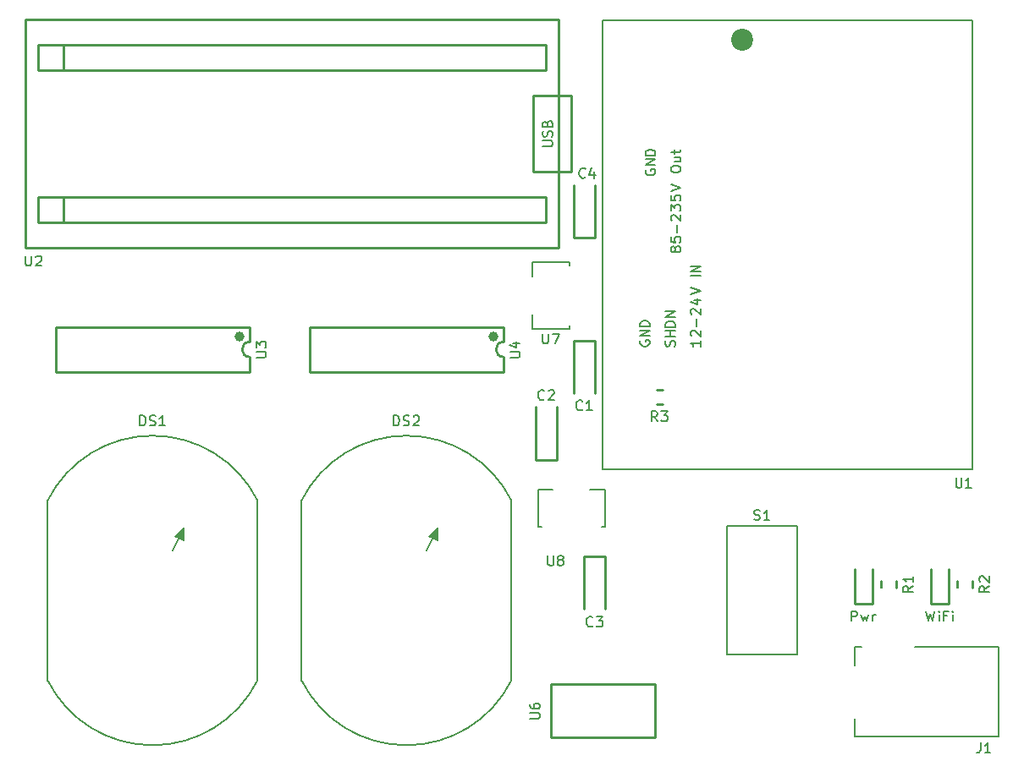
<source format=gbr>
G04 --- HEADER BEGIN --- *
%TF.GenerationSoftware,LibrePCB,LibrePCB,0.1.3*%
%TF.CreationDate,2019-12-12T00:41:35*%
%TF.ProjectId,Nixie Counter - default,cfaec193-39cb-4766-881d-db9368be8cff,v1*%
%TF.Part,Single*%
%FSLAX66Y66*%
%MOMM*%
G01*
G74*
G04 --- HEADER END --- *
G04 --- APERTURE LIST BEGIN --- *
%ADD10C,0.2*%
%ADD11C,0.0*%
%ADD12C,0.25*%
%ADD13C,1.0X1.0*%
%ADD14C,1.0*%
%ADD15C,2.2X2.2*%
%ADD16C,2.2*%
%ADD17C,3.2*%
%ADD18R,1.5X1.15*%
%ADD19R,1.55X2.4*%
%ADD20R,1.15X1.5*%
%ADD21R,3.45X2.35*%
%ADD22R,1.15X2.35*%
%ADD23O,1.47X2.74*%
%ADD24R,1.47X2.74*%
%ADD25R,1.4X1.4*%
%ADD26O,1.787X2.39*%
%ADD27R,1.787X2.39*%
%ADD28C,2.1*%
%ADD29R,2.35X3.45*%
%ADD30R,2.35X1.15*%
%ADD31O,4.2X3.2*%
%ADD32O,1.7X2.74*%
%ADD33C,5.0*%
%ADD34C,0.3*%
G04 --- APERTURE LIST END --- *
G04 --- BOARD BEGIN --- *
D10*
X17240000Y24320000D02*
X18240000Y26320000D01*
X4740000Y29320000D02*
X4740000Y11320000D01*
G75*
G03*
X25740000Y11320000I10500000J5235107D01*
G01*
X25740000Y29320000D01*
G03*
X4740000Y29320000I-10500000J-5235107D01*
G01*
D11*
X17383000Y25781000D02*
X18367000Y26631000D01*
X18368000Y25334000D01*
X17383000Y25781000D01*
G36*
X17383000Y25781000D02*
X18367000Y26631000D01*
X18368000Y25334000D01*
X17383000Y25781000D01*
G37*
D12*
X95770000Y21280000D02*
X95770000Y20630000D01*
X97270000Y21280000D02*
X97270000Y20630000D01*
X60525000Y18445264D02*
X60525000Y23740264D01*
X58375000Y23740264D01*
X58375000Y18445264D01*
X66286456Y40438000D02*
X65636456Y40438000D01*
X66286456Y38938000D02*
X65636456Y38938000D01*
D10*
X60175720Y26725360D02*
X60500720Y26725360D01*
X60500720Y30425360D01*
X59025720Y30425360D01*
X54125720Y26725360D02*
X53800720Y26725360D01*
X53800720Y30425360D01*
X55275720Y30425360D01*
D12*
X50356000Y46714984D02*
X50356000Y45204984D01*
G03*
X50356000Y43694984I0J-755000D01*
G01*
X50356000Y42184984D01*
X30924000Y42184984D01*
X30924000Y46714984D01*
X50356000Y46714984D01*
D13*
X49356000Y45714984D03*
D14*
X49356000Y45714984D03*
D12*
X93105000Y22480000D02*
X93105000Y19030000D01*
X94855000Y19030000D01*
X94855000Y22480000D01*
D10*
X92617777Y18260000D02*
X92855555Y17260000D01*
X93046666Y17974444D01*
X93236666Y17260000D01*
X93474444Y18260000D01*
X93922222Y17260000D02*
X93922222Y17926667D01*
X93922222Y18260000D02*
X93874444Y18212222D01*
X93922222Y18164444D01*
X93970000Y18212222D01*
X93922222Y18260000D01*
X93922222Y18164444D01*
X94703333Y17783333D02*
X94370000Y17783333D01*
X94370000Y17260000D02*
X94370000Y18260000D01*
X94846667Y18260000D01*
X95294445Y17260000D02*
X95294445Y17926667D01*
X95294445Y18260000D02*
X95246667Y18212222D01*
X95294445Y18164444D01*
X95342223Y18212222D01*
X95294445Y18260000D01*
X95294445Y18164444D01*
D12*
X55120760Y5590104D02*
X55120760Y10920104D01*
X65530760Y10920104D01*
X65530760Y5590104D01*
X55120760Y5590104D01*
X88150000Y21280000D02*
X88150000Y20630000D01*
X89650000Y21280000D02*
X89650000Y20630000D01*
X6350000Y74930000D02*
X6350000Y72390000D01*
X54610000Y74930000D02*
X54610000Y72390000D01*
X3810000Y72390000D01*
X3810000Y74930000D01*
X54610000Y74930000D01*
X55880000Y77470000D02*
X55880000Y54610000D01*
X2540000Y54610000D01*
X2540000Y77470000D01*
X55880000Y77470000D01*
X3810000Y59690000D02*
X3810000Y57150000D01*
X54610000Y57150000D01*
X54610000Y59690000D01*
X3810000Y59690000D01*
X6350000Y59690000D02*
X6350000Y57150000D01*
X57150000Y69850000D02*
X57150000Y62230000D01*
X53340000Y62230000D01*
X53340000Y69850000D01*
X57150000Y69850000D01*
D10*
X54245040Y64783334D02*
X55055040Y64783334D01*
X55149484Y64831112D01*
X55197262Y64878890D01*
X55245040Y64973334D01*
X55245040Y65164445D01*
X55197262Y65260001D01*
X55149484Y65306667D01*
X55055040Y65354445D01*
X54245040Y65354445D01*
X55197262Y65754445D02*
X55245040Y65897778D01*
X55245040Y66135556D01*
X55197262Y66231112D01*
X55149484Y66277778D01*
X55055040Y66325556D01*
X54959484Y66325556D01*
X54863929Y66277778D01*
X54816151Y66231112D01*
X54768373Y66135556D01*
X54721707Y65944445D01*
X54673929Y65850001D01*
X54626151Y65802223D01*
X54530596Y65754445D01*
X54435040Y65754445D01*
X54340596Y65802223D01*
X54292818Y65850001D01*
X54245040Y65944445D01*
X54245040Y66183334D01*
X54292818Y66325556D01*
X54721707Y67058889D02*
X54768373Y67202223D01*
X54816151Y67248889D01*
X54911707Y67296667D01*
X55055040Y67296667D01*
X55149484Y67248889D01*
X55197262Y67202223D01*
X55245040Y67106667D01*
X55245040Y66725556D01*
X54245040Y66725556D01*
X54245040Y67058889D01*
X54292818Y67154445D01*
X54340596Y67202223D01*
X54435040Y67248889D01*
X54530596Y67248889D01*
X54626151Y67202223D01*
X54673929Y67154445D01*
X54721707Y67058889D01*
X54721707Y66725556D01*
X42640000Y24320000D02*
X43640000Y26320000D01*
X30140000Y29320000D02*
X30140000Y11320000D01*
G03*
X51140000Y11320000I10500000J5235107D01*
G01*
X51140000Y29320000D01*
G03*
X30140000Y29320000I-10500000J-5235107D01*
G01*
D11*
X42783000Y25781000D02*
X43767000Y26631000D01*
X43768000Y25334000D01*
X42783000Y25781000D01*
G36*
X42783000Y25781000D02*
X43767000Y26631000D01*
X43768000Y25334000D01*
X42783000Y25781000D01*
G37*
D12*
X24956000Y46714984D02*
X24956000Y45204984D01*
G03*
X24956000Y43694984I0J-755000D01*
G01*
X24956000Y42184984D01*
X5524000Y42184984D01*
X5524000Y46714984D01*
X24956000Y46714984D01*
D13*
X23956000Y45714984D03*
D14*
X23956000Y45714984D03*
D10*
X56936250Y52872500D02*
X56936250Y53197500D01*
X53236250Y53197500D01*
X53236250Y51722500D01*
X56936250Y46822500D02*
X56936250Y46497500D01*
X53236250Y46497500D01*
X53236250Y47972500D01*
D12*
X59495736Y40035544D02*
X59495736Y45330544D01*
X57345736Y45330544D01*
X57345736Y40035544D01*
D10*
X72669936Y26770000D02*
X79729936Y26770000D01*
X79729936Y13870000D01*
X72669936Y13870000D01*
X72669936Y26770000D01*
X60240992Y32428192D02*
X60240992Y77428192D01*
X97240992Y77428192D01*
X97240992Y32428192D01*
X60240992Y32428192D01*
D15*
X74240992Y75428192D03*
D16*
X74240992Y75428192D03*
D10*
X64588770Y62463192D02*
X64540992Y62368748D01*
X64540992Y62225414D01*
X64588770Y62082081D01*
X64684325Y61987637D01*
X64778770Y61939859D01*
X64969881Y61892081D01*
X65112103Y61892081D01*
X65303214Y61939859D01*
X65397659Y61987637D01*
X65493214Y62082081D01*
X65540992Y62225414D01*
X65540992Y62320970D01*
X65493214Y62463192D01*
X65445436Y62510970D01*
X65112103Y62510970D01*
X65112103Y62320970D01*
X65540992Y62910970D02*
X64540992Y62910970D01*
X65540992Y63482081D01*
X64540992Y63482081D01*
X65540992Y63882081D02*
X64540992Y63882081D01*
X64540992Y64119859D01*
X64588770Y64263192D01*
X64684325Y64358748D01*
X64778770Y64405414D01*
X64969881Y64453192D01*
X65112103Y64453192D01*
X65303214Y64405414D01*
X65397659Y64358748D01*
X65493214Y64263192D01*
X65540992Y64119859D01*
X65540992Y63882081D01*
X67509881Y54386526D02*
X67462103Y54292082D01*
X67414325Y54244304D01*
X67318770Y54196526D01*
X67270992Y54196526D01*
X67176548Y54244304D01*
X67128770Y54292082D01*
X67080992Y54386526D01*
X67080992Y54577637D01*
X67128770Y54673193D01*
X67176548Y54719859D01*
X67270992Y54767637D01*
X67318770Y54767637D01*
X67414325Y54719859D01*
X67462103Y54673193D01*
X67509881Y54577637D01*
X67509881Y54386526D01*
X67557659Y54292082D01*
X67604325Y54244304D01*
X67699881Y54196526D01*
X67890992Y54196526D01*
X67985436Y54244304D01*
X68033214Y54292082D01*
X68080992Y54386526D01*
X68080992Y54577637D01*
X68033214Y54673193D01*
X67985436Y54719859D01*
X67890992Y54767637D01*
X67699881Y54767637D01*
X67604325Y54719859D01*
X67557659Y54673193D01*
X67509881Y54577637D01*
X67080992Y55690970D02*
X67080992Y55215415D01*
X67557659Y55167637D01*
X67509881Y55215415D01*
X67462103Y55310970D01*
X67462103Y55548748D01*
X67509881Y55644304D01*
X67557659Y55690970D01*
X67652103Y55738748D01*
X67890992Y55738748D01*
X67985436Y55690970D01*
X68033214Y55644304D01*
X68080992Y55548748D01*
X68080992Y55310970D01*
X68033214Y55215415D01*
X67985436Y55167637D01*
X67699881Y56138748D02*
X67699881Y56900970D01*
X67176548Y57348748D02*
X67128770Y57396526D01*
X67080992Y57490970D01*
X67080992Y57729859D01*
X67128770Y57824303D01*
X67176548Y57872081D01*
X67270992Y57919859D01*
X67366548Y57919859D01*
X67509881Y57872081D01*
X68080992Y57300970D01*
X68080992Y57919859D01*
X67080992Y58319859D02*
X67080992Y58938748D01*
X67462103Y58605415D01*
X67462103Y58748748D01*
X67509881Y58843192D01*
X67557659Y58890970D01*
X67652103Y58938748D01*
X67890992Y58938748D01*
X67985436Y58890970D01*
X68033214Y58843192D01*
X68080992Y58748748D01*
X68080992Y58463192D01*
X68033214Y58367637D01*
X67985436Y58319859D01*
X67080992Y59862081D02*
X67080992Y59386526D01*
X67557659Y59338748D01*
X67509881Y59386526D01*
X67462103Y59482081D01*
X67462103Y59719859D01*
X67509881Y59815415D01*
X67557659Y59862081D01*
X67652103Y59909859D01*
X67890992Y59909859D01*
X67985436Y59862081D01*
X68033214Y59815415D01*
X68080992Y59719859D01*
X68080992Y59482081D01*
X68033214Y59386526D01*
X67985436Y59338748D01*
X67080992Y60309859D02*
X68080992Y60643192D01*
X67080992Y60976526D01*
X67080992Y62414303D02*
X67080992Y62605414D01*
X67128770Y62699858D01*
X67224325Y62795414D01*
X67414325Y62843192D01*
X67747659Y62843192D01*
X67937659Y62795414D01*
X68033214Y62699858D01*
X68080992Y62605414D01*
X68080992Y62414303D01*
X68033214Y62319858D01*
X67937659Y62224303D01*
X67747659Y62176525D01*
X67414325Y62176525D01*
X67224325Y62224303D01*
X67128770Y62319858D01*
X67080992Y62414303D01*
X67414325Y63672081D02*
X68080992Y63672081D01*
X67414325Y63243192D02*
X67937659Y63243192D01*
X68033214Y63290970D01*
X68080992Y63386525D01*
X68080992Y63528748D01*
X68033214Y63624303D01*
X67985436Y63672081D01*
X67414325Y64072081D02*
X67414325Y64453192D01*
X67080992Y64215414D02*
X67937659Y64215414D01*
X68033214Y64262081D01*
X68080992Y64357637D01*
X68080992Y64453192D01*
X70070992Y45339303D02*
X70070992Y44768192D01*
X70070992Y45053748D02*
X69070992Y45053748D01*
X69214325Y44958192D01*
X69308770Y44863748D01*
X69356548Y44768192D01*
X69166548Y45787081D02*
X69118770Y45834859D01*
X69070992Y45929303D01*
X69070992Y46168192D01*
X69118770Y46262636D01*
X69166548Y46310414D01*
X69260992Y46358192D01*
X69356548Y46358192D01*
X69499881Y46310414D01*
X70070992Y45739303D01*
X70070992Y46358192D01*
X69689881Y46758192D02*
X69689881Y47520414D01*
X69166548Y47968192D02*
X69118770Y48015970D01*
X69070992Y48110414D01*
X69070992Y48349303D01*
X69118770Y48443747D01*
X69166548Y48491525D01*
X69260992Y48539303D01*
X69356548Y48539303D01*
X69499881Y48491525D01*
X70070992Y47920414D01*
X70070992Y48539303D01*
X69404325Y49415970D02*
X70070992Y49415970D01*
X69023214Y49177081D02*
X69737659Y48939303D01*
X69737659Y49558192D01*
X69070992Y49958192D02*
X70070992Y50291525D01*
X69070992Y50624859D01*
X70070992Y51824858D02*
X69070992Y51824858D01*
X70070992Y52224858D02*
X69070992Y52224858D01*
X70070992Y52795969D01*
X69070992Y52795969D01*
X67483214Y44768192D02*
X67530992Y44911525D01*
X67530992Y45149303D01*
X67483214Y45244859D01*
X67435436Y45291525D01*
X67340992Y45339303D01*
X67245436Y45339303D01*
X67149881Y45291525D01*
X67102103Y45244859D01*
X67054325Y45149303D01*
X67007659Y44958192D01*
X66959881Y44863748D01*
X66912103Y44815970D01*
X66816548Y44768192D01*
X66720992Y44768192D01*
X66626548Y44815970D01*
X66578770Y44863748D01*
X66530992Y44958192D01*
X66530992Y45197081D01*
X66578770Y45339303D01*
X67530992Y45739303D02*
X66530992Y45739303D01*
X67007659Y45739303D02*
X67007659Y46310414D01*
X67530992Y46310414D02*
X66530992Y46310414D01*
X67530992Y46710414D02*
X66530992Y46710414D01*
X66530992Y46948192D01*
X66578770Y47091525D01*
X66674325Y47187081D01*
X66768770Y47233747D01*
X66959881Y47281525D01*
X67102103Y47281525D01*
X67293214Y47233747D01*
X67387659Y47187081D01*
X67483214Y47091525D01*
X67530992Y46948192D01*
X67530992Y46710414D01*
X67530992Y47681525D02*
X66530992Y47681525D01*
X67530992Y48252636D01*
X66530992Y48252636D01*
X64038770Y45339303D02*
X63990992Y45244859D01*
X63990992Y45101525D01*
X64038770Y44958192D01*
X64134325Y44863748D01*
X64228770Y44815970D01*
X64419881Y44768192D01*
X64562103Y44768192D01*
X64753214Y44815970D01*
X64847659Y44863748D01*
X64943214Y44958192D01*
X64990992Y45101525D01*
X64990992Y45197081D01*
X64943214Y45339303D01*
X64895436Y45387081D01*
X64562103Y45387081D01*
X64562103Y45197081D01*
X64990992Y45787081D02*
X63990992Y45787081D01*
X64990992Y46358192D01*
X63990992Y46358192D01*
X64990992Y46758192D02*
X63990992Y46758192D01*
X63990992Y46995970D01*
X64038770Y47139303D01*
X64134325Y47234859D01*
X64228770Y47281525D01*
X64419881Y47329303D01*
X64562103Y47329303D01*
X64753214Y47281525D01*
X64847659Y47234859D01*
X64943214Y47139303D01*
X64990992Y46995970D01*
X64990992Y46758192D01*
D12*
X85485000Y22480000D02*
X85485000Y19030000D01*
X87235000Y19030000D01*
X87235000Y22480000D01*
D10*
X85150556Y17260000D02*
X85150556Y18260000D01*
X85531667Y18260000D01*
X85627223Y18212222D01*
X85673889Y18164444D01*
X85721667Y18070000D01*
X85721667Y17926667D01*
X85673889Y17831111D01*
X85627223Y17783333D01*
X85531667Y17736667D01*
X85150556Y17736667D01*
X86121667Y17926667D02*
X86311667Y17260000D01*
X86502778Y17736667D01*
X86692778Y17260000D01*
X86883889Y17926667D01*
X87283889Y17260000D02*
X87283889Y17926667D01*
X87283889Y17736667D02*
X87331667Y17831111D01*
X87379445Y17878889D01*
X87473889Y17926667D01*
X87569445Y17926667D01*
D12*
X57345736Y60930736D02*
X57345736Y55635736D01*
X59495736Y55635736D01*
X59495736Y60930736D01*
X53535688Y38705448D02*
X53535688Y33410448D01*
X55685688Y33410448D01*
X55685688Y38705448D01*
D10*
X85511168Y7510064D02*
X85511168Y5660064D01*
X99911168Y5660064D01*
X99911168Y14660064D01*
X91461168Y14660064D01*
X86161168Y14660064D02*
X85511168Y14660064D01*
X85511168Y12810064D01*
X13983334Y36830000D02*
X13983334Y37830000D01*
X14221112Y37830000D01*
X14364445Y37782222D01*
X14460001Y37686667D01*
X14506667Y37592222D01*
X14554445Y37401111D01*
X14554445Y37258889D01*
X14506667Y37067778D01*
X14460001Y36973333D01*
X14364445Y36877778D01*
X14221112Y36830000D01*
X13983334Y36830000D01*
X14954445Y36877778D02*
X15097778Y36830000D01*
X15335556Y36830000D01*
X15431112Y36877778D01*
X15477778Y36925556D01*
X15525556Y37020000D01*
X15525556Y37115556D01*
X15477778Y37211111D01*
X15431112Y37258889D01*
X15335556Y37306667D01*
X15144445Y37353333D01*
X15050001Y37401111D01*
X15002223Y37448889D01*
X14954445Y37544444D01*
X14954445Y37640000D01*
X15002223Y37734444D01*
X15050001Y37782222D01*
X15144445Y37830000D01*
X15383334Y37830000D01*
X15525556Y37782222D01*
X16496667Y36830000D02*
X15925556Y36830000D01*
X16211112Y36830000D02*
X16211112Y37830000D01*
X16115556Y37686667D01*
X16021112Y37592222D01*
X15925556Y37544444D01*
X98945000Y20731111D02*
X98468333Y20397778D01*
X98945000Y20160000D02*
X97945000Y20160000D01*
X97945000Y20541111D01*
X97992778Y20636667D01*
X98040556Y20683333D01*
X98135000Y20731111D01*
X98278333Y20731111D01*
X98373889Y20683333D01*
X98421667Y20636667D01*
X98468333Y20541111D01*
X98468333Y20160000D01*
X98040556Y21178889D02*
X97992778Y21226667D01*
X97945000Y21321111D01*
X97945000Y21560000D01*
X97992778Y21654444D01*
X98040556Y21702222D01*
X98135000Y21750000D01*
X98230556Y21750000D01*
X98373889Y21702222D01*
X98945000Y21131111D01*
X98945000Y21750000D01*
X59250000Y16786548D02*
X59202222Y16738770D01*
X59060000Y16690992D01*
X58964444Y16690992D01*
X58821111Y16738770D01*
X58726667Y16834325D01*
X58678889Y16928770D01*
X58631111Y17119881D01*
X58631111Y17262103D01*
X58678889Y17453214D01*
X58726667Y17547659D01*
X58821111Y17643214D01*
X58964444Y17690992D01*
X59060000Y17690992D01*
X59202222Y17643214D01*
X59250000Y17595436D01*
X59650000Y17690992D02*
X60268889Y17690992D01*
X59935556Y17309881D01*
X60078889Y17309881D01*
X60173333Y17262103D01*
X60221111Y17214325D01*
X60268889Y17119881D01*
X60268889Y16880992D01*
X60221111Y16786548D01*
X60173333Y16738770D01*
X60078889Y16690992D01*
X59793333Y16690992D01*
X59697778Y16738770D01*
X59650000Y16786548D01*
X65737567Y37263000D02*
X65404234Y37739667D01*
X65166456Y37263000D02*
X65166456Y38263000D01*
X65547567Y38263000D01*
X65643123Y38215222D01*
X65689789Y38167444D01*
X65737567Y38073000D01*
X65737567Y37929667D01*
X65689789Y37834111D01*
X65643123Y37786333D01*
X65547567Y37739667D01*
X65166456Y37739667D01*
X66137567Y38263000D02*
X66756456Y38263000D01*
X66423123Y37881889D01*
X66566456Y37881889D01*
X66660900Y37834111D01*
X66708678Y37786333D01*
X66756456Y37691889D01*
X66756456Y37453000D01*
X66708678Y37358556D01*
X66660900Y37310778D01*
X66566456Y37263000D01*
X66280900Y37263000D01*
X66185345Y37310778D01*
X66137567Y37358556D01*
X54792089Y23812856D02*
X54792089Y23002856D01*
X54839867Y22908412D01*
X54887645Y22860634D01*
X54982089Y22812856D01*
X55173200Y22812856D01*
X55268756Y22860634D01*
X55315422Y22908412D01*
X55363200Y23002856D01*
X55363200Y23812856D01*
X55953200Y23383967D02*
X55858756Y23431745D01*
X55810978Y23479523D01*
X55763200Y23575078D01*
X55763200Y23622856D01*
X55810978Y23717300D01*
X55858756Y23765078D01*
X55953200Y23812856D01*
X56144311Y23812856D01*
X56239867Y23765078D01*
X56286533Y23717300D01*
X56334311Y23622856D01*
X56334311Y23575078D01*
X56286533Y23479523D01*
X56239867Y23431745D01*
X56144311Y23383967D01*
X55953200Y23383967D01*
X55858756Y23336189D01*
X55810978Y23289523D01*
X55763200Y23193967D01*
X55763200Y23002856D01*
X55810978Y22908412D01*
X55858756Y22860634D01*
X55953200Y22812856D01*
X56144311Y22812856D01*
X56239867Y22860634D01*
X56286533Y22908412D01*
X56334311Y23002856D01*
X56334311Y23193967D01*
X56286533Y23289523D01*
X56239867Y23336189D01*
X56144311Y23383967D01*
X50990992Y43654984D02*
X51800992Y43654984D01*
X51895436Y43702762D01*
X51943214Y43750540D01*
X51990992Y43844984D01*
X51990992Y44036095D01*
X51943214Y44131651D01*
X51895436Y44178317D01*
X51800992Y44226095D01*
X50990992Y44226095D01*
X51324325Y45102762D02*
X51990992Y45102762D01*
X50943214Y44863873D02*
X51657659Y44626095D01*
X51657659Y45244984D01*
X52975760Y7483993D02*
X53785760Y7483993D01*
X53880204Y7531771D01*
X53927982Y7579549D01*
X53975760Y7673993D01*
X53975760Y7865104D01*
X53927982Y7960660D01*
X53880204Y8007326D01*
X53785760Y8055104D01*
X52975760Y8055104D01*
X52975760Y8931771D02*
X52975760Y8740660D01*
X53023538Y8645104D01*
X53071316Y8598437D01*
X53213538Y8502882D01*
X53404649Y8455104D01*
X53785760Y8455104D01*
X53880204Y8502882D01*
X53927982Y8550660D01*
X53975760Y8645104D01*
X53975760Y8836215D01*
X53927982Y8931771D01*
X53880204Y8978437D01*
X53785760Y9026215D01*
X53546871Y9026215D01*
X53452427Y8978437D01*
X53404649Y8931771D01*
X53356871Y8836215D01*
X53356871Y8645104D01*
X53404649Y8550660D01*
X53452427Y8502882D01*
X53546871Y8455104D01*
X91325000Y20755000D02*
X90848333Y20421667D01*
X91325000Y20183889D02*
X90325000Y20183889D01*
X90325000Y20565000D01*
X90372778Y20660556D01*
X90420556Y20707222D01*
X90515000Y20755000D01*
X90658333Y20755000D01*
X90753889Y20707222D01*
X90801667Y20660556D01*
X90848333Y20565000D01*
X90848333Y20183889D01*
X91325000Y21726111D02*
X91325000Y21155000D01*
X91325000Y21440556D02*
X90325000Y21440556D01*
X90468333Y21345000D01*
X90562778Y21250556D01*
X90610556Y21155000D01*
X2540864Y53816912D02*
X2540864Y53006912D01*
X2588642Y52912468D01*
X2636420Y52864690D01*
X2730864Y52816912D01*
X2921975Y52816912D01*
X3017531Y52864690D01*
X3064197Y52912468D01*
X3111975Y53006912D01*
X3111975Y53816912D01*
X3559753Y53721356D02*
X3607531Y53769134D01*
X3701975Y53816912D01*
X3940864Y53816912D01*
X4035308Y53769134D01*
X4083086Y53721356D01*
X4130864Y53626912D01*
X4130864Y53531356D01*
X4083086Y53388023D01*
X3511975Y52816912D01*
X4130864Y52816912D01*
X39359445Y36830000D02*
X39359445Y37830000D01*
X39597223Y37830000D01*
X39740556Y37782222D01*
X39836112Y37686667D01*
X39882778Y37592222D01*
X39930556Y37401111D01*
X39930556Y37258889D01*
X39882778Y37067778D01*
X39836112Y36973333D01*
X39740556Y36877778D01*
X39597223Y36830000D01*
X39359445Y36830000D01*
X40330556Y36877778D02*
X40473889Y36830000D01*
X40711667Y36830000D01*
X40807223Y36877778D01*
X40853889Y36925556D01*
X40901667Y37020000D01*
X40901667Y37115556D01*
X40853889Y37211111D01*
X40807223Y37258889D01*
X40711667Y37306667D01*
X40520556Y37353333D01*
X40426112Y37401111D01*
X40378334Y37448889D01*
X40330556Y37544444D01*
X40330556Y37640000D01*
X40378334Y37734444D01*
X40426112Y37782222D01*
X40520556Y37830000D01*
X40759445Y37830000D01*
X40901667Y37782222D01*
X41349445Y37734444D02*
X41397223Y37782222D01*
X41491667Y37830000D01*
X41730556Y37830000D01*
X41825000Y37782222D01*
X41872778Y37734444D01*
X41920556Y37640000D01*
X41920556Y37544444D01*
X41872778Y37401111D01*
X41301667Y36830000D01*
X41920556Y36830000D01*
X25590992Y43654984D02*
X26400992Y43654984D01*
X26495436Y43702762D01*
X26543214Y43750540D01*
X26590992Y43844984D01*
X26590992Y44036095D01*
X26543214Y44131651D01*
X26495436Y44178317D01*
X26400992Y44226095D01*
X25590992Y44226095D01*
X25590992Y44626095D02*
X25590992Y45244984D01*
X25972103Y44911651D01*
X25972103Y45054984D01*
X26019881Y45149428D01*
X26067659Y45197206D01*
X26162103Y45244984D01*
X26400992Y45244984D01*
X26495436Y45197206D01*
X26543214Y45149428D01*
X26590992Y45054984D01*
X26590992Y44769428D01*
X26543214Y44673873D01*
X26495436Y44626095D01*
X54267361Y46037500D02*
X54267361Y45227500D01*
X54315139Y45133056D01*
X54362917Y45085278D01*
X54457361Y45037500D01*
X54648472Y45037500D01*
X54744028Y45085278D01*
X54790694Y45133056D01*
X54838472Y45227500D01*
X54838472Y46037500D01*
X55238472Y46037500D02*
X55905139Y46037500D01*
X55476250Y45037500D01*
X58244625Y38453580D02*
X58196847Y38405802D01*
X58054625Y38358024D01*
X57959069Y38358024D01*
X57815736Y38405802D01*
X57721292Y38501357D01*
X57673514Y38595802D01*
X57625736Y38786913D01*
X57625736Y38929135D01*
X57673514Y39120246D01*
X57721292Y39214691D01*
X57815736Y39310246D01*
X57959069Y39358024D01*
X58054625Y39358024D01*
X58196847Y39310246D01*
X58244625Y39262468D01*
X59215736Y38358024D02*
X58644625Y38358024D01*
X58930181Y38358024D02*
X58930181Y39358024D01*
X58834625Y39214691D01*
X58740181Y39120246D01*
X58644625Y39072468D01*
X75428825Y27417778D02*
X75572158Y27370000D01*
X75809936Y27370000D01*
X75905492Y27417778D01*
X75952158Y27465556D01*
X75999936Y27560000D01*
X75999936Y27655556D01*
X75952158Y27751111D01*
X75905492Y27798889D01*
X75809936Y27846667D01*
X75618825Y27893333D01*
X75524381Y27941111D01*
X75476603Y27988889D01*
X75428825Y28084444D01*
X75428825Y28180000D01*
X75476603Y28274444D01*
X75524381Y28322222D01*
X75618825Y28370000D01*
X75857714Y28370000D01*
X75999936Y28322222D01*
X76971047Y27370000D02*
X76399936Y27370000D01*
X76685492Y27370000D02*
X76685492Y28370000D01*
X76589936Y28226667D01*
X76495492Y28132222D01*
X76399936Y28084444D01*
X95614002Y31618144D02*
X95614002Y30808144D01*
X95661780Y30713700D01*
X95709558Y30665922D01*
X95804002Y30618144D01*
X95995113Y30618144D01*
X96090669Y30665922D01*
X96137335Y30713700D01*
X96185113Y30808144D01*
X96185113Y31618144D01*
X97156224Y30618144D02*
X96585113Y30618144D01*
X96870669Y30618144D02*
X96870669Y31618144D01*
X96775113Y31474811D01*
X96680669Y31380366D01*
X96585113Y31332588D01*
X58538240Y61703812D02*
X58490462Y61656034D01*
X58348240Y61608256D01*
X58252684Y61608256D01*
X58109351Y61656034D01*
X58014907Y61751589D01*
X57967129Y61846034D01*
X57919351Y62037145D01*
X57919351Y62179367D01*
X57967129Y62370478D01*
X58014907Y62464923D01*
X58109351Y62560478D01*
X58252684Y62608256D01*
X58348240Y62608256D01*
X58490462Y62560478D01*
X58538240Y62512700D01*
X59414907Y62274923D02*
X59414907Y61608256D01*
X59176018Y62656034D02*
X58938240Y61941589D01*
X59557129Y61941589D01*
X54410688Y39478524D02*
X54362910Y39430746D01*
X54220688Y39382968D01*
X54125132Y39382968D01*
X53981799Y39430746D01*
X53887355Y39526301D01*
X53839577Y39620746D01*
X53791799Y39811857D01*
X53791799Y39954079D01*
X53839577Y40145190D01*
X53887355Y40239635D01*
X53981799Y40335190D01*
X54125132Y40382968D01*
X54220688Y40382968D01*
X54362910Y40335190D01*
X54410688Y40287412D01*
X54858466Y40287412D02*
X54906244Y40335190D01*
X55000688Y40382968D01*
X55239577Y40382968D01*
X55334021Y40335190D01*
X55381799Y40287412D01*
X55429577Y40192968D01*
X55429577Y40097412D01*
X55381799Y39954079D01*
X54810688Y39382968D01*
X55429577Y39382968D01*
X98087545Y5080064D02*
X98087545Y4365620D01*
X98039767Y4223397D01*
X97944212Y4127842D01*
X97801990Y4080064D01*
X97706434Y4080064D01*
X99058656Y4080064D02*
X98487545Y4080064D01*
X98773101Y4080064D02*
X98773101Y5080064D01*
X98677545Y4936731D01*
X98583101Y4842286D01*
X98487545Y4794508D01*
%LPC*%
D17*
X19240000Y12320000D03*
X20990000Y20320000D03*
X19240000Y28320000D03*
X15240000Y11320000D03*
X20990000Y15820000D03*
X11240000Y12320000D03*
X9490000Y24820000D03*
X9490000Y20320000D03*
X11240000Y28320000D03*
X9490000Y15820000D03*
X15240000Y29320000D03*
X20990000Y24820000D03*
D18*
X96520000Y19880000D03*
X96520000Y22030000D03*
D19*
X59450000Y22365264D03*
X59450000Y19545264D03*
D20*
X64886456Y39688000D03*
X67036456Y39688000D03*
D21*
X57150720Y31475360D03*
D22*
X54850720Y25675360D03*
X57150720Y25675360D03*
X59450720Y25675360D03*
D23*
X36830000Y48259984D03*
X49530000Y40639984D03*
X34290000Y40639984D03*
D24*
X49530000Y48259984D03*
D23*
X34290000Y48259984D03*
X44450000Y48259984D03*
X46990000Y48259984D03*
X44450000Y40639984D03*
X31750000Y48259984D03*
X41910000Y40639984D03*
X46990000Y40639984D03*
X39370000Y48259984D03*
X39370000Y40639984D03*
X41910000Y48259984D03*
X36830000Y40639984D03*
X31750000Y40639984D03*
D11*
X71637500Y7760000D02*
X71627500Y7740000D01*
X71667500Y7640000D01*
X71747500Y7500000D01*
X71857500Y7350000D01*
X71977500Y7230000D01*
X72047500Y7150000D01*
X72047500Y7130000D01*
X72027500Y7130000D01*
X71997500Y7120000D01*
X71997500Y7100000D01*
X72097500Y7040000D01*
X72197500Y7000000D01*
X72237500Y7000000D01*
X72227500Y7040000D01*
X72167500Y7130000D01*
X72107500Y7200000D01*
X72067500Y7220000D01*
X72007500Y7250000D01*
X71917500Y7350000D01*
X71737500Y7610000D01*
X71637500Y7760000D01*
X71637500Y7760000D01*
G36*
X71637500Y7760000D02*
X71627500Y7740000D01*
X71667500Y7640000D01*
X71747500Y7500000D01*
X71857500Y7350000D01*
X71977500Y7230000D01*
X72047500Y7150000D01*
X72047500Y7130000D01*
X72027500Y7130000D01*
X71997500Y7120000D01*
X71997500Y7100000D01*
X72097500Y7040000D01*
X72197500Y7000000D01*
X72237500Y7000000D01*
X72227500Y7040000D01*
X72167500Y7130000D01*
X72107500Y7200000D01*
X72067500Y7220000D01*
X72007500Y7250000D01*
X71917500Y7350000D01*
X71737500Y7610000D01*
X71637500Y7760000D01*
X71637500Y7760000D01*
G37*
X72507500Y6650000D02*
X72397500Y6600000D01*
X72257500Y6580000D01*
X72047500Y6600000D01*
X71917500Y6650000D01*
X71857500Y6680000D01*
X71767500Y6740000D01*
X71687500Y6780000D01*
X71677500Y6800000D01*
X71657500Y6810000D01*
X71587500Y6860000D01*
X71547500Y6930000D01*
X71537500Y6930000D01*
X71477500Y6970000D01*
X71457500Y6990000D01*
X71467500Y6990000D01*
X71467500Y7010000D01*
X71407500Y7080000D01*
X71317500Y7180000D01*
X71307500Y7200000D01*
X71337500Y7190000D01*
X71337500Y7200000D01*
X71297500Y7240000D01*
X71237500Y7340000D01*
X71207500Y7390000D01*
X71187500Y7430000D01*
X71167500Y7480000D01*
X71147500Y7520000D01*
X71147500Y7560000D01*
X71117500Y7610000D01*
X71067500Y7840000D01*
X71057500Y8100000D01*
X71087500Y8320000D01*
X71107500Y8370000D01*
X71137500Y8430000D01*
X71167500Y8490000D01*
X71237500Y8590000D01*
X71287500Y8640000D01*
X71327500Y8650000D01*
X71347500Y8650000D01*
X71387500Y8690000D01*
X71427500Y8710000D01*
X71407500Y8660000D01*
X71337500Y8510000D01*
X71317500Y8270000D01*
X71337500Y8000000D01*
X71347500Y7880000D01*
X71327500Y7830000D01*
X71347500Y7840000D01*
X71367500Y7850000D01*
X71377500Y7840000D01*
X71377500Y7800000D01*
X71397500Y7760000D01*
X71427500Y7700000D01*
X71467500Y7590000D01*
X71497500Y7510000D01*
X71547500Y7450000D01*
X71607500Y7370000D01*
X71817500Y7090000D01*
X72007500Y6940000D01*
X72177500Y6830000D01*
X72277500Y6790000D01*
X72397500Y6740000D01*
X72527500Y6720000D01*
X72617500Y6710000D01*
X72507500Y6650000D01*
X72547500Y6610000D01*
X72697500Y6690000D01*
X72907500Y6840000D01*
X73047500Y6990000D01*
X73127500Y7150000D01*
X73167500Y7350000D01*
X73177500Y7460000D01*
X73407500Y7500000D01*
X73397500Y7520000D01*
X73377500Y7530000D01*
X73327500Y7530000D01*
X73087500Y7510000D01*
X72107500Y7510000D01*
X72057500Y7560000D01*
X71977500Y7680000D01*
X71957500Y7750000D01*
X71967500Y7800000D01*
X72397500Y7840000D01*
X72427500Y7850000D01*
X72427500Y7860000D01*
X72437500Y7870000D01*
X72477500Y7870000D01*
X72537500Y7870000D01*
X72527500Y7900000D01*
X72377500Y7920000D01*
X72357500Y7940000D01*
X72317500Y8000000D01*
X72277500Y8060000D01*
X72277500Y8100000D01*
X72297500Y8190000D01*
X72317500Y8260000D01*
X72317500Y8310000D01*
X72337500Y8340000D01*
X72387500Y8330000D01*
X72487500Y8250000D01*
X72597500Y8110000D01*
X72627500Y8040000D01*
X72677500Y7950000D01*
X72687500Y7920000D01*
X72667500Y7910000D01*
X72527500Y7900000D01*
X72537500Y7870000D01*
X72897500Y7850000D01*
X72897500Y7880000D01*
X72767500Y7910000D01*
X72687500Y8060000D01*
X72617500Y8190000D01*
X72537500Y8280000D01*
X72427500Y8380000D01*
X72317500Y8450000D01*
X72207500Y8500000D01*
X72207500Y8670000D01*
X72207500Y8850000D01*
X72257500Y8830000D01*
X72367500Y8780000D01*
X72497500Y8690000D01*
X72747500Y8430000D01*
X72927500Y8150000D01*
X73027500Y7920000D01*
X72997500Y7890000D01*
X72897500Y7880000D01*
X72897500Y7850000D01*
X73127500Y7840000D01*
X73107500Y7880000D01*
X73017500Y8070000D01*
X72857500Y8360000D01*
X72727500Y8530000D01*
X72567500Y8690000D01*
X72397500Y8820000D01*
X72257500Y8900000D01*
X72207500Y8920000D01*
X72217500Y9070000D01*
X72197500Y9210000D01*
X72157500Y9220000D01*
X72157500Y7930000D01*
X72097500Y7900000D01*
X71997500Y7890000D01*
X71877500Y7920000D01*
X71847500Y8050000D01*
X71847500Y8380000D01*
X71847500Y8610000D01*
X71787500Y8610000D01*
X71757500Y8200000D01*
X71747500Y8090000D01*
X71757500Y7980000D01*
X71837500Y7740000D01*
X71967500Y7510000D01*
X72147500Y7340000D01*
X72307500Y7260000D01*
X72447500Y7230000D01*
X72587500Y7260000D01*
X72687500Y7330000D01*
X72817500Y7460000D01*
X72947500Y7470000D01*
X73047500Y7470000D01*
X73097500Y7450000D01*
X73117500Y7400000D01*
X73107500Y7310000D01*
X73067500Y7130000D01*
X72967500Y6970000D01*
X72827500Y6850000D01*
X72637500Y6790000D01*
X72437500Y6800000D01*
X72227500Y6870000D01*
X72027500Y7000000D01*
X71837500Y7180000D01*
X71667500Y7390000D01*
X71527500Y7640000D01*
X71427500Y7920000D01*
X71397500Y8100000D01*
X71397500Y8300000D01*
X71417500Y8490000D01*
X71467500Y8650000D01*
X71547500Y8770000D01*
X71657500Y8870000D01*
X71737500Y8920000D01*
X71777500Y8920000D01*
X71787500Y8870000D01*
X71787500Y8610000D01*
X71847500Y8610000D01*
X71837500Y9100000D01*
X71837500Y9270000D01*
X71817500Y9320000D01*
X71797500Y9150000D01*
X71787500Y9020000D01*
X71737500Y8980000D01*
X71427500Y8800000D01*
X71167500Y8610000D01*
X71087500Y8490000D01*
X71027500Y8350000D01*
X70997500Y8190000D01*
X70977500Y8010000D01*
X70977500Y7880000D01*
X70797500Y7840000D01*
X70797500Y7810000D01*
X70997500Y7810000D01*
X71057500Y7540000D01*
X70897500Y7500000D01*
X70797500Y7460000D01*
X70827500Y7450000D01*
X70887500Y7450000D01*
X71107500Y7460000D01*
X71137500Y7380000D01*
X71237500Y7200000D01*
X71387500Y7000000D01*
X71557500Y6810000D01*
X71707500Y6690000D01*
X71797500Y6630000D01*
X71787500Y6360000D01*
X71807500Y6130000D01*
X71847500Y6170000D01*
X71857500Y6370000D01*
X71867500Y6480000D01*
X71877500Y6560000D01*
X71897500Y6580000D01*
X72047500Y6540000D01*
X72167500Y6500000D01*
X72167500Y6350000D01*
X72157500Y6210000D01*
X72207500Y6230000D01*
X72207500Y6370000D01*
X72207500Y6390000D01*
X72217500Y6460000D01*
X72217500Y6410000D01*
X72207500Y6370000D01*
X72217500Y6440000D01*
X72237500Y6500000D01*
X72287500Y6510000D01*
X72457500Y6550000D01*
X72547500Y6610000D01*
X72507500Y6650000D01*
G36*
X72507500Y6650000D02*
X72397500Y6600000D01*
X72257500Y6580000D01*
X72047500Y6600000D01*
X71917500Y6650000D01*
X71857500Y6680000D01*
X71767500Y6740000D01*
X71687500Y6780000D01*
X71677500Y6800000D01*
X71657500Y6810000D01*
X71587500Y6860000D01*
X71547500Y6930000D01*
X71537500Y6930000D01*
X71477500Y6970000D01*
X71457500Y6990000D01*
X71467500Y6990000D01*
X71467500Y7010000D01*
X71407500Y7080000D01*
X71317500Y7180000D01*
X71307500Y7200000D01*
X71337500Y7190000D01*
X71337500Y7200000D01*
X71297500Y7240000D01*
X71237500Y7340000D01*
X71207500Y7390000D01*
X71187500Y7430000D01*
X71167500Y7480000D01*
X71147500Y7520000D01*
X71147500Y7560000D01*
X71117500Y7610000D01*
X71067500Y7840000D01*
X71057500Y8100000D01*
X71087500Y8320000D01*
X71107500Y8370000D01*
X71137500Y8430000D01*
X71167500Y8490000D01*
X71237500Y8590000D01*
X71287500Y8640000D01*
X71327500Y8650000D01*
X71347500Y8650000D01*
X71387500Y8690000D01*
X71427500Y8710000D01*
X71407500Y8660000D01*
X71337500Y8510000D01*
X71317500Y8270000D01*
X71337500Y8000000D01*
X71347500Y7880000D01*
X71327500Y7830000D01*
X71347500Y7840000D01*
X71367500Y7850000D01*
X71377500Y7840000D01*
X71377500Y7800000D01*
X71397500Y7760000D01*
X71427500Y7700000D01*
X71467500Y7590000D01*
X71497500Y7510000D01*
X71547500Y7450000D01*
X71607500Y7370000D01*
X71817500Y7090000D01*
X72007500Y6940000D01*
X72177500Y6830000D01*
X72277500Y6790000D01*
X72397500Y6740000D01*
X72527500Y6720000D01*
X72617500Y6710000D01*
X72507500Y6650000D01*
X72547500Y6610000D01*
X72697500Y6690000D01*
X72907500Y6840000D01*
X73047500Y6990000D01*
X73127500Y7150000D01*
X73167500Y7350000D01*
X73177500Y7460000D01*
X73407500Y7500000D01*
X73397500Y7520000D01*
X73377500Y7530000D01*
X73327500Y7530000D01*
X73087500Y7510000D01*
X72107500Y7510000D01*
X72057500Y7560000D01*
X71977500Y7680000D01*
X71957500Y7750000D01*
X71967500Y7800000D01*
X72397500Y7840000D01*
X72427500Y7850000D01*
X72427500Y7860000D01*
X72437500Y7870000D01*
X72477500Y7870000D01*
X72537500Y7870000D01*
X72527500Y7900000D01*
X72377500Y7920000D01*
X72357500Y7940000D01*
X72317500Y8000000D01*
X72277500Y8060000D01*
X72277500Y8100000D01*
X72297500Y8190000D01*
X72317500Y8260000D01*
X72317500Y8310000D01*
X72337500Y8340000D01*
X72387500Y8330000D01*
X72487500Y8250000D01*
X72597500Y8110000D01*
X72627500Y8040000D01*
X72677500Y7950000D01*
X72687500Y7920000D01*
X72667500Y7910000D01*
X72527500Y7900000D01*
X72537500Y7870000D01*
X72897500Y7850000D01*
X72897500Y7880000D01*
X72767500Y7910000D01*
X72687500Y8060000D01*
X72617500Y8190000D01*
X72537500Y8280000D01*
X72427500Y8380000D01*
X72317500Y8450000D01*
X72207500Y8500000D01*
X72207500Y8670000D01*
X72207500Y8850000D01*
X72257500Y8830000D01*
X72367500Y8780000D01*
X72497500Y8690000D01*
X72747500Y8430000D01*
X72927500Y8150000D01*
X73027500Y7920000D01*
X72997500Y7890000D01*
X72897500Y7880000D01*
X72897500Y7850000D01*
X73127500Y7840000D01*
X73107500Y7880000D01*
X73017500Y8070000D01*
X72857500Y8360000D01*
X72727500Y8530000D01*
X72567500Y8690000D01*
X72397500Y8820000D01*
X72257500Y8900000D01*
X72207500Y8920000D01*
X72217500Y9070000D01*
X72197500Y9210000D01*
X72157500Y9220000D01*
X72157500Y7930000D01*
X72097500Y7900000D01*
X71997500Y7890000D01*
X71877500Y7920000D01*
X71847500Y8050000D01*
X71847500Y8380000D01*
X71847500Y8610000D01*
X71787500Y8610000D01*
X71757500Y8200000D01*
X71747500Y8090000D01*
X71757500Y7980000D01*
X71837500Y7740000D01*
X71967500Y7510000D01*
X72147500Y7340000D01*
X72307500Y7260000D01*
X72447500Y7230000D01*
X72587500Y7260000D01*
X72687500Y7330000D01*
X72817500Y7460000D01*
X72947500Y7470000D01*
X73047500Y7470000D01*
X73097500Y7450000D01*
X73117500Y7400000D01*
X73107500Y7310000D01*
X73067500Y7130000D01*
X72967500Y6970000D01*
X72827500Y6850000D01*
X72637500Y6790000D01*
X72437500Y6800000D01*
X72227500Y6870000D01*
X72027500Y7000000D01*
X71837500Y7180000D01*
X71667500Y7390000D01*
X71527500Y7640000D01*
X71427500Y7920000D01*
X71397500Y8100000D01*
X71397500Y8300000D01*
X71417500Y8490000D01*
X71467500Y8650000D01*
X71547500Y8770000D01*
X71657500Y8870000D01*
X71737500Y8920000D01*
X71777500Y8920000D01*
X71787500Y8870000D01*
X71787500Y8610000D01*
X71847500Y8610000D01*
X71837500Y9100000D01*
X71837500Y9270000D01*
X71817500Y9320000D01*
X71797500Y9150000D01*
X71787500Y9020000D01*
X71737500Y8980000D01*
X71427500Y8800000D01*
X71167500Y8610000D01*
X71087500Y8490000D01*
X71027500Y8350000D01*
X70997500Y8190000D01*
X70977500Y8010000D01*
X70977500Y7880000D01*
X70797500Y7840000D01*
X70797500Y7810000D01*
X70997500Y7810000D01*
X71057500Y7540000D01*
X70897500Y7500000D01*
X70797500Y7460000D01*
X70827500Y7450000D01*
X70887500Y7450000D01*
X71107500Y7460000D01*
X71137500Y7380000D01*
X71237500Y7200000D01*
X71387500Y7000000D01*
X71557500Y6810000D01*
X71707500Y6690000D01*
X71797500Y6630000D01*
X71787500Y6360000D01*
X71807500Y6130000D01*
X71847500Y6170000D01*
X71857500Y6370000D01*
X71867500Y6480000D01*
X71877500Y6560000D01*
X71897500Y6580000D01*
X72047500Y6540000D01*
X72167500Y6500000D01*
X72167500Y6350000D01*
X72157500Y6210000D01*
X72207500Y6230000D01*
X72207500Y6370000D01*
X72207500Y6390000D01*
X72217500Y6460000D01*
X72217500Y6410000D01*
X72207500Y6370000D01*
X72217500Y6440000D01*
X72237500Y6500000D01*
X72287500Y6510000D01*
X72457500Y6550000D01*
X72547500Y6610000D01*
X72507500Y6650000D01*
G37*
X73007500Y7410000D02*
X72817500Y7220000D01*
X72847500Y7220000D01*
X72867500Y7220000D01*
X72877500Y7210000D01*
X72827500Y7150000D01*
X72697500Y7080000D01*
X72537500Y7050000D01*
X72447500Y7030000D01*
X72477500Y7010000D01*
X72567500Y7010000D01*
X72737500Y7040000D01*
X72867500Y7130000D01*
X72947500Y7180000D01*
X72967500Y7200000D01*
X72987500Y7290000D01*
X73007500Y7410000D01*
X73007500Y7410000D01*
G36*
X73007500Y7410000D02*
X72817500Y7220000D01*
X72847500Y7220000D01*
X72867500Y7220000D01*
X72877500Y7210000D01*
X72827500Y7150000D01*
X72697500Y7080000D01*
X72537500Y7050000D01*
X72447500Y7030000D01*
X72477500Y7010000D01*
X72567500Y7010000D01*
X72737500Y7040000D01*
X72867500Y7130000D01*
X72947500Y7180000D01*
X72967500Y7200000D01*
X72987500Y7290000D01*
X73007500Y7410000D01*
X73007500Y7410000D01*
G37*
X71677500Y8620000D02*
X71647500Y8610000D01*
X71597500Y8510000D01*
X71567500Y8370000D01*
X71557500Y8340000D01*
X71527500Y8320000D01*
X71497500Y8300000D01*
X71497500Y8280000D01*
X71517500Y8170000D01*
X71537500Y8080000D01*
X71577500Y8070000D01*
X71607500Y8130000D01*
X71647500Y8290000D01*
X71637500Y8320000D01*
X71617500Y8330000D01*
X71607500Y8380000D01*
X71647500Y8520000D01*
X71677500Y8590000D01*
X71677500Y8620000D01*
X71677500Y8620000D01*
G36*
X71677500Y8620000D02*
X71647500Y8610000D01*
X71597500Y8510000D01*
X71567500Y8370000D01*
X71557500Y8340000D01*
X71527500Y8320000D01*
X71497500Y8300000D01*
X71497500Y8280000D01*
X71517500Y8170000D01*
X71537500Y8080000D01*
X71577500Y8070000D01*
X71607500Y8130000D01*
X71647500Y8290000D01*
X71637500Y8320000D01*
X71617500Y8330000D01*
X71607500Y8380000D01*
X71647500Y8520000D01*
X71677500Y8590000D01*
X71677500Y8620000D01*
X71677500Y8620000D01*
G37*
X72277500Y8670000D02*
X72347500Y8560000D01*
X72447500Y8460000D01*
X72457500Y8480000D01*
X72467500Y8500000D01*
X72527500Y8460000D01*
X72617500Y8370000D01*
X72767500Y8170000D01*
X72827500Y8080000D01*
X72847500Y8070000D01*
X72857500Y8090000D01*
X72757500Y8250000D01*
X72587500Y8460000D01*
X72507500Y8560000D01*
X72527500Y8580000D01*
X72407500Y8640000D01*
X72277500Y8670000D01*
X72277500Y8670000D01*
G36*
X72277500Y8670000D02*
X72347500Y8560000D01*
X72447500Y8460000D01*
X72457500Y8480000D01*
X72467500Y8500000D01*
X72527500Y8460000D01*
X72617500Y8370000D01*
X72767500Y8170000D01*
X72827500Y8080000D01*
X72847500Y8070000D01*
X72857500Y8090000D01*
X72757500Y8250000D01*
X72587500Y8460000D01*
X72507500Y8560000D01*
X72527500Y8580000D01*
X72407500Y8640000D01*
X72277500Y8670000D01*
X72277500Y8670000D01*
G37*
D10*
X74172500Y7860000D02*
X74172500Y8860000D01*
X74505833Y8145556D01*
X74839167Y8860000D01*
X74839167Y7860000D01*
X75715834Y7860000D02*
X75715834Y8383333D01*
X75668056Y8478889D01*
X75572500Y8526667D01*
X75382500Y8526667D01*
X75286945Y8478889D01*
X75715834Y7907778D02*
X75620278Y7860000D01*
X75382500Y7860000D01*
X75286945Y7907778D01*
X75239167Y8003333D01*
X75239167Y8097778D01*
X75286945Y8193333D01*
X75382500Y8241111D01*
X75620278Y8241111D01*
X75715834Y8288889D01*
X76592501Y7860000D02*
X76592501Y8860000D01*
X76592501Y7907778D02*
X76496945Y7860000D01*
X76305834Y7860000D01*
X76211390Y7907778D01*
X76163612Y7955556D01*
X76115834Y8050000D01*
X76115834Y8336667D01*
X76163612Y8431111D01*
X76211390Y8478889D01*
X76305834Y8526667D01*
X76496945Y8526667D01*
X76592501Y8478889D01*
X77421390Y7907778D02*
X77325834Y7860000D01*
X77135834Y7860000D01*
X77040279Y7907778D01*
X76992501Y8003333D01*
X76992501Y8383333D01*
X77040279Y8478889D01*
X77135834Y8526667D01*
X77325834Y8526667D01*
X77421390Y8478889D01*
X77469168Y8383333D01*
X77469168Y8288889D01*
X76992501Y8193333D01*
X78764723Y8145556D02*
X79240278Y8145556D01*
X78669167Y7860000D02*
X79002500Y8860000D01*
X79335834Y7860000D01*
X79735834Y8526667D02*
X80116945Y8526667D01*
X79879167Y8860000D02*
X79879167Y8003333D01*
X79925834Y7907778D01*
X80021390Y7860000D01*
X80116945Y7860000D01*
X74791389Y6475556D02*
X74743611Y6427778D01*
X74601389Y6380000D01*
X74505833Y6380000D01*
X74362500Y6427778D01*
X74268056Y6523333D01*
X74220278Y6617778D01*
X74172500Y6808889D01*
X74172500Y6951111D01*
X74220278Y7142222D01*
X74268056Y7236667D01*
X74362500Y7332222D01*
X74505833Y7380000D01*
X74601389Y7380000D01*
X74743611Y7332222D01*
X74791389Y7284444D01*
X75381389Y6380000D02*
X75286945Y6427778D01*
X75239167Y6475556D01*
X75191389Y6570000D01*
X75191389Y6856667D01*
X75239167Y6951111D01*
X75286945Y6998889D01*
X75381389Y7046667D01*
X75524722Y7046667D01*
X75620278Y6998889D01*
X75668056Y6951111D01*
X75714722Y6856667D01*
X75714722Y6570000D01*
X75668056Y6475556D01*
X75620278Y6427778D01*
X75524722Y6380000D01*
X75381389Y6380000D01*
X76114722Y6380000D02*
X76114722Y7046667D01*
X76114722Y6856667D02*
X76162500Y6951111D01*
X76210278Y6998889D01*
X76304722Y7046667D01*
X76400278Y7046667D01*
X77229167Y6427778D02*
X77133611Y6380000D01*
X76943611Y6380000D01*
X76848056Y6427778D01*
X76800278Y6523333D01*
X76800278Y6903333D01*
X76848056Y6998889D01*
X76943611Y7046667D01*
X77133611Y7046667D01*
X77229167Y6998889D01*
X77276945Y6903333D01*
X77276945Y6808889D01*
X76800278Y6713333D01*
X78153612Y6380000D02*
X78153612Y7380000D01*
X78153612Y6427778D02*
X78058056Y6380000D01*
X77866945Y6380000D01*
X77772501Y6427778D01*
X77724723Y6475556D01*
X77676945Y6570000D01*
X77676945Y6856667D01*
X77724723Y6951111D01*
X77772501Y6998889D01*
X77866945Y7046667D01*
X78058056Y7046667D01*
X78153612Y6998889D01*
X78982501Y7046667D02*
X78982501Y6380000D01*
X78553612Y7046667D02*
X78553612Y6523333D01*
X78601390Y6427778D01*
X78696945Y6380000D01*
X78839168Y6380000D01*
X78934723Y6427778D01*
X78982501Y6475556D01*
X79382501Y6380000D02*
X79382501Y7046667D01*
X79382501Y6951111D02*
X79430279Y6998889D01*
X79525834Y7046667D01*
X79668057Y7046667D01*
X79763612Y6998889D01*
X79811390Y6903333D01*
X79811390Y6380000D01*
X79811390Y6903333D02*
X79859168Y6998889D01*
X79953612Y7046667D01*
X80096945Y7046667D01*
X80192501Y6998889D01*
X80239168Y6903333D01*
X80239168Y6380000D01*
X80639168Y7046667D02*
X80639168Y6046667D01*
X80639168Y6998889D02*
X80734724Y7046667D01*
X80924724Y7046667D01*
X81020279Y6998889D01*
X81068057Y6951111D01*
X81115835Y6856667D01*
X81115835Y6570000D01*
X81068057Y6475556D01*
X81020279Y6427778D01*
X80924724Y6380000D01*
X80734724Y6380000D01*
X80639168Y6427778D01*
D25*
X93980000Y22005000D03*
X93980000Y19905000D03*
D26*
X56515760Y6985104D03*
X59055760Y9525104D03*
X64135760Y9525104D03*
X61595760Y9525104D03*
X64135760Y6985104D03*
X59055760Y6985104D03*
X61595760Y6985104D03*
D27*
X56515760Y9525104D03*
D18*
X88900000Y19880000D03*
X88900000Y22030000D03*
D28*
X15240000Y58420000D03*
X40640000Y58420000D03*
X50800000Y58420000D03*
X45720000Y58420000D03*
X30480000Y73660000D03*
X45720000Y73660000D03*
X27940000Y58420000D03*
X7620000Y58420000D03*
X17780000Y58420000D03*
X53340000Y73660000D03*
X27940000Y73660000D03*
X35560000Y58420000D03*
X5080000Y73660000D03*
X35560000Y73660000D03*
X43180000Y58420000D03*
X25400000Y73660000D03*
X5080000Y58420000D03*
X50800000Y73660000D03*
X30480000Y58420000D03*
X33020000Y73660000D03*
X17780000Y73660000D03*
X12700000Y58420000D03*
X20320000Y58420000D03*
X10160000Y73660000D03*
X38100000Y58420000D03*
X40640000Y73660000D03*
X53340000Y58420000D03*
X22860000Y58420000D03*
X25400000Y58420000D03*
X48260000Y73660000D03*
X43180000Y73660000D03*
X38100000Y73660000D03*
X10160000Y58420000D03*
X15240000Y73660000D03*
X20320000Y73660000D03*
X12700000Y73660000D03*
X33020000Y58420000D03*
X7620000Y73660000D03*
X22860000Y73660000D03*
X48260000Y58420000D03*
D17*
X44640000Y12320000D03*
X46390000Y20320000D03*
X44640000Y28320000D03*
X40640000Y11320000D03*
X46390000Y15820000D03*
X36640000Y12320000D03*
X34890000Y24820000D03*
X34890000Y20320000D03*
X36640000Y28320000D03*
X34890000Y15820000D03*
X40640000Y29320000D03*
X46390000Y24820000D03*
D23*
X11430000Y48259984D03*
X24130000Y40639984D03*
X8890000Y40639984D03*
D24*
X24130000Y48259984D03*
D23*
X8890000Y48259984D03*
X19050000Y48259984D03*
X21590000Y48259984D03*
X19050000Y40639984D03*
X6350000Y48259984D03*
X16510000Y40639984D03*
X21590000Y40639984D03*
X13970000Y48259984D03*
X13970000Y40639984D03*
X16510000Y48259984D03*
X11430000Y40639984D03*
X6350000Y40639984D03*
D29*
X52186250Y49847500D03*
D30*
X57986250Y47547500D03*
X57986250Y49847500D03*
X57986250Y52147500D03*
D11*
X75037500Y3192500D02*
X75457500Y3192500D01*
X75457500Y2992500D01*
X75037500Y2992500D01*
X75037500Y3192500D01*
G36*
X75037500Y3192500D02*
X75457500Y3192500D01*
X75457500Y2992500D01*
X75037500Y2992500D01*
X75037500Y3192500D01*
G37*
X73877500Y4552500D02*
X74077500Y4552500D01*
X74077500Y4972500D01*
X73877500Y4972500D01*
X73877500Y4552500D01*
G36*
X73877500Y4552500D02*
X74077500Y4552500D01*
X74077500Y4972500D01*
X73877500Y4972500D01*
X73877500Y4552500D01*
G37*
X73477500Y4552500D02*
X73677500Y4552500D01*
X73677500Y4972500D01*
X73477500Y4972500D01*
X73477500Y4552500D01*
G36*
X73477500Y4552500D02*
X73677500Y4552500D01*
X73677500Y4972500D01*
X73477500Y4972500D01*
X73477500Y4552500D01*
G37*
X72917500Y3992500D02*
X72497500Y3992500D01*
X72497500Y3792500D01*
X72917500Y3792500D01*
X72917500Y3992500D01*
G36*
X72917500Y3992500D02*
X72497500Y3992500D01*
X72497500Y3792500D01*
X72917500Y3792500D01*
X72917500Y3992500D01*
G37*
X73877500Y2432500D02*
X74077500Y2432500D01*
X74077500Y2012500D01*
X73877500Y2012500D01*
X73877500Y2432500D01*
G36*
X73877500Y2432500D02*
X74077500Y2432500D01*
X74077500Y2012500D01*
X73877500Y2012500D01*
X73877500Y2432500D01*
G37*
X73342500Y4339500D02*
X74612500Y4339500D01*
G02*
X74824500Y4127500I0J-212000D01*
G01*
X74824500Y2857500D01*
G02*
X74612500Y2645500I-212000J0D01*
G01*
X73342500Y2645500D01*
G02*
X73130500Y2857500I0J212000D01*
G01*
X73130500Y3957500D01*
X73345500Y3957500D01*
G03*
X73512500Y3790500I167000J0D01*
G01*
G03*
X73679500Y3957500I0J167000D01*
G01*
G03*
X73512500Y4124500I-167000J0D01*
G01*
G03*
X73345500Y3957500I0J-167000D01*
G01*
X73130500Y3957500D01*
X73130500Y4127500D01*
G02*
X73342500Y4339500I212000J0D01*
G01*
G36*
X73342500Y4339500D02*
X74612500Y4339500D01*
G02*
X74824500Y4127500I0J-212000D01*
G01*
X74824500Y2857500D01*
G02*
X74612500Y2645500I-212000J0D01*
G01*
X73342500Y2645500D01*
G02*
X73130500Y2857500I0J212000D01*
G01*
X73130500Y3957500D01*
X73345500Y3957500D01*
G03*
X73512500Y3790500I167000J0D01*
G01*
G03*
X73679500Y3957500I0J167000D01*
G01*
G03*
X73512500Y4124500I-167000J0D01*
G01*
G03*
X73345500Y3957500I0J-167000D01*
G01*
X73130500Y3957500D01*
X73130500Y4127500D01*
G02*
X73342500Y4339500I212000J0D01*
G01*
G37*
X75037500Y3992500D02*
X75457500Y3992500D01*
X75457500Y3792500D01*
X75037500Y3792500D01*
X75037500Y3992500D01*
G36*
X75037500Y3992500D02*
X75457500Y3992500D01*
X75457500Y3792500D01*
X75037500Y3792500D01*
X75037500Y3992500D01*
G37*
X74277500Y4552500D02*
X74477500Y4552500D01*
X74477500Y4972500D01*
X74277500Y4972500D01*
X74277500Y4552500D01*
G36*
X74277500Y4552500D02*
X74477500Y4552500D01*
X74477500Y4972500D01*
X74277500Y4972500D01*
X74277500Y4552500D01*
G37*
X72917500Y3592500D02*
X72497500Y3592500D01*
X72497500Y3392500D01*
X72917500Y3392500D01*
X72917500Y3592500D01*
G36*
X72917500Y3592500D02*
X72497500Y3592500D01*
X72497500Y3392500D01*
X72917500Y3392500D01*
X72917500Y3592500D01*
G37*
X73477500Y2432500D02*
X73677500Y2432500D01*
X73677500Y2012500D01*
X73477500Y2012500D01*
X73477500Y2432500D01*
G36*
X73477500Y2432500D02*
X73677500Y2432500D01*
X73677500Y2012500D01*
X73477500Y2012500D01*
X73477500Y2432500D01*
G37*
X72917500Y3192500D02*
X72497500Y3192500D01*
X72497500Y2992500D01*
X72917500Y2992500D01*
X72917500Y3192500D01*
G36*
X72917500Y3192500D02*
X72497500Y3192500D01*
X72497500Y2992500D01*
X72917500Y2992500D01*
X72917500Y3192500D01*
G37*
X74277500Y2432500D02*
X74477500Y2432500D01*
X74477500Y2012500D01*
X74277500Y2012500D01*
X74277500Y2432500D01*
G36*
X74277500Y2432500D02*
X74477500Y2432500D01*
X74477500Y2012500D01*
X74277500Y2012500D01*
X74277500Y2432500D01*
G37*
X75037500Y3592500D02*
X75457500Y3592500D01*
X75457500Y3392500D01*
X75037500Y3392500D01*
X75037500Y3592500D01*
G36*
X75037500Y3592500D02*
X75457500Y3592500D01*
X75457500Y3392500D01*
X75037500Y3392500D01*
X75037500Y3592500D01*
G37*
D10*
X76077500Y3732500D02*
X76077500Y4732500D01*
X76410833Y4018056D01*
X76744167Y4732500D01*
X76744167Y3732500D01*
X77620834Y3732500D02*
X77620834Y4255833D01*
X77573056Y4351389D01*
X77477500Y4399167D01*
X77287500Y4399167D01*
X77191945Y4351389D01*
X77620834Y3780278D02*
X77525278Y3732500D01*
X77287500Y3732500D01*
X77191945Y3780278D01*
X77144167Y3875833D01*
X77144167Y3970278D01*
X77191945Y4065833D01*
X77287500Y4113611D01*
X77525278Y4113611D01*
X77620834Y4161389D01*
X78497501Y3732500D02*
X78497501Y4732500D01*
X78497501Y3780278D02*
X78401945Y3732500D01*
X78210834Y3732500D01*
X78116390Y3780278D01*
X78068612Y3828056D01*
X78020834Y3922500D01*
X78020834Y4209167D01*
X78068612Y4303611D01*
X78116390Y4351389D01*
X78210834Y4399167D01*
X78401945Y4399167D01*
X78497501Y4351389D01*
X79326390Y3780278D02*
X79230834Y3732500D01*
X79040834Y3732500D01*
X78945279Y3780278D01*
X78897501Y3875833D01*
X78897501Y4255833D01*
X78945279Y4351389D01*
X79040834Y4399167D01*
X79230834Y4399167D01*
X79326390Y4351389D01*
X79374168Y4255833D01*
X79374168Y4161389D01*
X78897501Y4065833D01*
X80574167Y4732500D02*
X80811945Y3732500D01*
X81003056Y4446944D01*
X81193056Y3732500D01*
X81430834Y4732500D01*
X81878612Y3732500D02*
X81878612Y4399167D01*
X81878612Y4732500D02*
X81830834Y4684722D01*
X81878612Y4636944D01*
X81926390Y4684722D01*
X81878612Y4732500D01*
X81878612Y4636944D01*
X82326390Y4399167D02*
X82707501Y4399167D01*
X82469723Y4732500D02*
X82469723Y3875833D01*
X82516390Y3780278D01*
X82611946Y3732500D01*
X82707501Y3732500D01*
X83107501Y3732500D02*
X83107501Y4732500D01*
X83536390Y3732500D02*
X83536390Y4255833D01*
X83488612Y4351389D01*
X83393057Y4399167D01*
X83250834Y4399167D01*
X83155279Y4351389D01*
X83107501Y4303611D01*
X76554167Y2252500D02*
X76077500Y2252500D01*
X76077500Y3252500D01*
X77001945Y2252500D02*
X77001945Y2919167D01*
X77001945Y3252500D02*
X76954167Y3204722D01*
X77001945Y3156944D01*
X77049723Y3204722D01*
X77001945Y3252500D01*
X77001945Y3156944D01*
X77449723Y2252500D02*
X77449723Y3252500D01*
X77449723Y2871389D02*
X77545279Y2919167D01*
X77735279Y2919167D01*
X77830834Y2871389D01*
X77878612Y2823611D01*
X77926390Y2729167D01*
X77926390Y2442500D01*
X77878612Y2348056D01*
X77830834Y2300278D01*
X77735279Y2252500D01*
X77545279Y2252500D01*
X77449723Y2300278D01*
X78326390Y2252500D02*
X78326390Y2919167D01*
X78326390Y2729167D02*
X78374168Y2823611D01*
X78421946Y2871389D01*
X78516390Y2919167D01*
X78611946Y2919167D01*
X79440835Y2300278D02*
X79345279Y2252500D01*
X79155279Y2252500D01*
X79059724Y2300278D01*
X79011946Y2395833D01*
X79011946Y2775833D01*
X79059724Y2871389D01*
X79155279Y2919167D01*
X79345279Y2919167D01*
X79440835Y2871389D01*
X79488613Y2775833D01*
X79488613Y2681389D01*
X79011946Y2585833D01*
X79888613Y2252500D02*
X79888613Y3252500D01*
X80269724Y3252500D01*
X80365280Y3204722D01*
X80411946Y3156944D01*
X80459724Y3062500D01*
X80459724Y2919167D01*
X80411946Y2823611D01*
X80365280Y2775833D01*
X80269724Y2729167D01*
X79888613Y2729167D01*
X81478613Y2348056D02*
X81430835Y2300278D01*
X81288613Y2252500D01*
X81193057Y2252500D01*
X81049724Y2300278D01*
X80955280Y2395833D01*
X80907502Y2490278D01*
X80859724Y2681389D01*
X80859724Y2823611D01*
X80907502Y3014722D01*
X80955280Y3109167D01*
X81049724Y3204722D01*
X81193057Y3252500D01*
X81288613Y3252500D01*
X81430835Y3204722D01*
X81478613Y3156944D01*
X82211946Y2775833D02*
X82355280Y2729167D01*
X82401946Y2681389D01*
X82449724Y2585833D01*
X82449724Y2442500D01*
X82401946Y2348056D01*
X82355280Y2300278D01*
X82259724Y2252500D01*
X81878613Y2252500D01*
X81878613Y3252500D01*
X82211946Y3252500D01*
X82307502Y3204722D01*
X82355280Y3156944D01*
X82401946Y3062500D01*
X82401946Y2966944D01*
X82355280Y2871389D01*
X82307502Y2823611D01*
X82211946Y2775833D01*
X81878613Y2775833D01*
D19*
X58420736Y43955544D03*
X58420736Y41135544D03*
D31*
X76199936Y15620000D03*
X76199936Y25020000D03*
X76199936Y20320000D03*
D32*
X67030992Y42428192D03*
X69570992Y42428192D03*
X65040992Y66928192D03*
X67580992Y66928192D03*
X64490992Y42428192D03*
D25*
X86360000Y22005000D03*
X86360000Y19905000D03*
D19*
X58420736Y57010736D03*
X58420736Y59830736D03*
X54610688Y34785448D03*
X54610688Y37605448D03*
D33*
X92311168Y10160064D03*
X88811168Y14960064D03*
X85811168Y10160064D03*
D34*
X88875388Y30025274D02*
X88875388Y31425274D01*
X89674944Y30025274D01*
X89674944Y31425274D01*
X90321833Y30025274D02*
X90321833Y30958607D01*
X90321833Y31425274D02*
X90254944Y31358385D01*
X90321833Y31291496D01*
X90388722Y31358385D01*
X90321833Y31425274D01*
X90321833Y31291496D01*
X90968722Y30025274D02*
X91701389Y30958607D01*
X90968722Y30958607D02*
X91701389Y30025274D01*
X92348278Y30025274D02*
X92348278Y30958607D01*
X92348278Y31425274D02*
X92281389Y31358385D01*
X92348278Y31291496D01*
X92415167Y31358385D01*
X92348278Y31425274D01*
X92348278Y31291496D01*
X93595611Y30092163D02*
X93461834Y30025274D01*
X93195834Y30025274D01*
X93062056Y30092163D01*
X92995167Y30225941D01*
X92995167Y30757941D01*
X93062056Y30891718D01*
X93195834Y30958607D01*
X93461834Y30958607D01*
X93595611Y30891718D01*
X93662500Y30757941D01*
X93662500Y30625718D01*
X92995167Y30491941D01*
X86648278Y27370165D02*
X86581390Y27303276D01*
X86382278Y27236387D01*
X86248501Y27236387D01*
X86047834Y27303276D01*
X85915612Y27437054D01*
X85848723Y27569276D01*
X85781834Y27836831D01*
X85781834Y28035943D01*
X85848723Y28303498D01*
X85915612Y28435720D01*
X86047834Y28569498D01*
X86248501Y28636387D01*
X86382278Y28636387D01*
X86581390Y28569498D01*
X86648278Y28502609D01*
X87494278Y27236387D02*
X87362056Y27303276D01*
X87295167Y27370165D01*
X87228278Y27502387D01*
X87228278Y27903720D01*
X87295167Y28035943D01*
X87362056Y28102831D01*
X87494278Y28169720D01*
X87694945Y28169720D01*
X87828722Y28102831D01*
X87895611Y28035943D01*
X87960945Y27903720D01*
X87960945Y27502387D01*
X87895611Y27370165D01*
X87828722Y27303276D01*
X87694945Y27236387D01*
X87494278Y27236387D01*
X89141389Y28169720D02*
X89141389Y27236387D01*
X88540945Y28169720D02*
X88540945Y27437054D01*
X88607834Y27303276D01*
X88741612Y27236387D01*
X88940723Y27236387D01*
X89074501Y27303276D01*
X89141389Y27370165D01*
X89721389Y28169720D02*
X89721389Y27236387D01*
X89721389Y28035943D02*
X89788278Y28102831D01*
X89922056Y28169720D01*
X90121167Y28169720D01*
X90254945Y28102831D01*
X90321833Y27969054D01*
X90321833Y27236387D01*
X90901833Y28169720D02*
X91435389Y28169720D01*
X91102500Y28636387D02*
X91102500Y27437054D01*
X91167833Y27303276D01*
X91301611Y27236387D01*
X91435389Y27236387D01*
X92615833Y27303276D02*
X92482056Y27236387D01*
X92216056Y27236387D01*
X92082278Y27303276D01*
X92015389Y27437054D01*
X92015389Y27969054D01*
X92082278Y28102831D01*
X92216056Y28169720D01*
X92482056Y28169720D01*
X92615833Y28102831D01*
X92682722Y27969054D01*
X92682722Y27836831D01*
X92015389Y27703054D01*
X93262722Y27236387D02*
X93262722Y28169720D01*
X93262722Y27903720D02*
X93329611Y28035943D01*
X93396500Y28102831D01*
X93528722Y28169720D01*
X93662500Y28169720D01*
X91615611Y25380833D02*
X91948500Y24447500D01*
X92282944Y25380833D01*
X93662500Y24447500D02*
X92862944Y24447500D01*
X93262722Y24447500D02*
X93262722Y25847500D01*
X93128944Y25646833D01*
X92996722Y25514611D01*
X92862944Y25447722D01*
G04 --- BOARD END --- *
%TF.MD5,550787b7cc9361d23d1bb24f8fe15888*%
M02*

</source>
